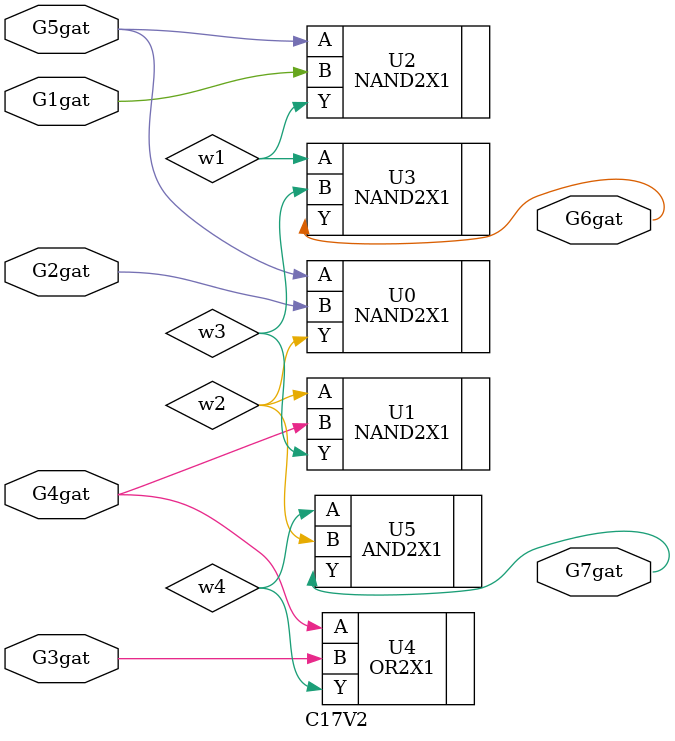
<source format=v>
module C17V2 (
    G1gat, G2gat, G3gat, G4gat, G5gat, G6gat, G7gat );
  input  G1gat, G2gat, G3gat, G4gat, G5gat;
  output G6gat, G7gat ;
  wire w1, w2, w3, w4;
  
  NAND2X1   U2(.A(G5gat), .B(G1gat), .Y(w1));
  NAND2X1   U0(.A(G5gat), .B(G2gat), .Y(w2));  
  NAND2X1   U1(.A(w2), .B(G4gat), .Y(w3));
  OR2X1     U4(.A(G4gat), .B(G3gat), .Y(w4));
  NAND2X1   U3(.A(w1), .B(w3), .Y(G6gat));
  AND2X1    U5(.A(w4), .B(w2), .Y(G7gat));

endmodule



</source>
